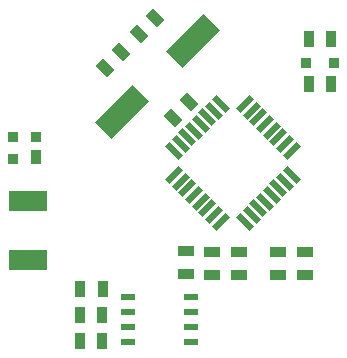
<source format=gbr>
G04 #@! TF.GenerationSoftware,KiCad,Pcbnew,6.0.11-2627ca5db0~126~ubuntu22.04.1*
G04 #@! TF.CreationDate,2023-12-06T10:35:34+01:00*
G04 #@! TF.ProjectId,bus-module_atmega328,6275732d-6d6f-4647-956c-655f61746d65,C*
G04 #@! TF.SameCoordinates,Original*
G04 #@! TF.FileFunction,Paste,Top*
G04 #@! TF.FilePolarity,Positive*
%FSLAX46Y46*%
G04 Gerber Fmt 4.6, Leading zero omitted, Abs format (unit mm)*
G04 Created by KiCad (PCBNEW 6.0.11-2627ca5db0~126~ubuntu22.04.1) date 2023-12-06 10:35:34*
%MOMM*%
%LPD*%
G01*
G04 APERTURE LIST*
G04 Aperture macros list*
%AMRotRect*
0 Rectangle, with rotation*
0 The origin of the aperture is its center*
0 $1 length*
0 $2 width*
0 $3 Rotation angle, in degrees counterclockwise*
0 Add horizontal line*
21,1,$1,$2,0,0,$3*%
%AMOutline4P*
0 Free polygon, 4 corners , with rotation*
0 The origin of the aperture is its center*
0 number of corners: always 4*
0 $1 to $8 corner X, Y*
0 $9 Rotation angle, in degrees counterclockwise*
0 create outline with 4 corners*
4,1,4,$1,$2,$3,$4,$5,$6,$7,$8,$1,$2,$9*%
G04 Aperture macros list end*
%ADD10RotRect,0.889000X1.397000X225.000000*%
%ADD11RotRect,0.889000X1.397000X45.000000*%
%ADD12R,0.889000X1.397000*%
%ADD13R,1.397000X0.889000*%
%ADD14R,1.143000X0.508000*%
%ADD15R,0.914400X0.914400*%
%ADD16RotRect,4.500880X1.998980X225.000000*%
%ADD17RotRect,1.600000X0.550000X315.000000*%
%ADD18RotRect,1.600000X0.550000X45.000000*%
%ADD19R,0.850000X1.200000*%
%ADD20R,0.850000X0.850000*%
%ADD21Outline4P,-0.425000X-0.425000X0.425000X-0.425000X0.425000X0.425000X-0.425000X0.425000X90.000000*%
%ADD22R,3.200400X1.780540*%
G04 APERTURE END LIST*
D10*
X94122038Y-86262962D03*
X92775000Y-87610000D03*
D11*
X89901481Y-90483519D03*
X91248519Y-89136481D03*
X95687000Y-94713000D03*
X97034038Y-93365962D03*
D12*
X87775000Y-113610000D03*
X89680000Y-113610000D03*
D13*
X106863000Y-106079500D03*
X106863000Y-107984500D03*
D12*
X107180500Y-91792000D03*
X109085500Y-91792000D03*
D13*
X104577000Y-107984500D03*
X104577000Y-106079500D03*
D12*
X87775000Y-111410000D03*
X89680000Y-111410000D03*
D13*
X99000000Y-106057500D03*
X99000000Y-107962500D03*
X96750000Y-106010000D03*
X96750000Y-107915000D03*
X101250000Y-106057500D03*
X101250000Y-107962500D03*
D12*
X87822500Y-109210000D03*
X89727500Y-109210000D03*
X109085500Y-87982000D03*
X107180500Y-87982000D03*
D14*
X91833000Y-109905000D03*
X91833000Y-111175000D03*
X91833000Y-112445000D03*
X91833000Y-113715000D03*
X97167000Y-113715000D03*
X97167000Y-112445000D03*
X97167000Y-111175000D03*
X97167000Y-109905000D03*
D15*
X106956980Y-90014000D03*
X109309020Y-90014000D03*
D16*
X97384588Y-88200412D03*
X91375000Y-94210000D03*
D17*
X99724695Y-93514897D03*
X99159010Y-94080583D03*
X98593324Y-94646268D03*
X98027639Y-95211953D03*
X97461953Y-95777639D03*
X96896268Y-96343324D03*
X96330583Y-96909010D03*
X95764897Y-97474695D03*
D18*
X95764897Y-99525305D03*
X96330583Y-100090990D03*
X96896268Y-100656676D03*
X97461953Y-101222361D03*
X98027639Y-101788047D03*
X98593324Y-102353732D03*
X99159010Y-102919417D03*
X99724695Y-103485103D03*
D17*
X101775305Y-103485103D03*
X102340990Y-102919417D03*
X102906676Y-102353732D03*
X103472361Y-101788047D03*
X104038047Y-101222361D03*
X104603732Y-100656676D03*
X105169417Y-100090990D03*
X105735103Y-99525305D03*
D18*
X105735103Y-97474695D03*
X105169417Y-96909010D03*
X104603732Y-96343324D03*
X104038047Y-95777639D03*
X103472361Y-95211953D03*
X102906676Y-94646268D03*
X102340990Y-94080583D03*
X101775305Y-93514897D03*
D19*
X84064000Y-98022620D03*
D20*
X84064000Y-96303000D03*
X82164000Y-96303000D03*
D21*
X82164000Y-98203000D03*
D22*
X83368000Y-101723400D03*
X83368000Y-106727200D03*
M02*

</source>
